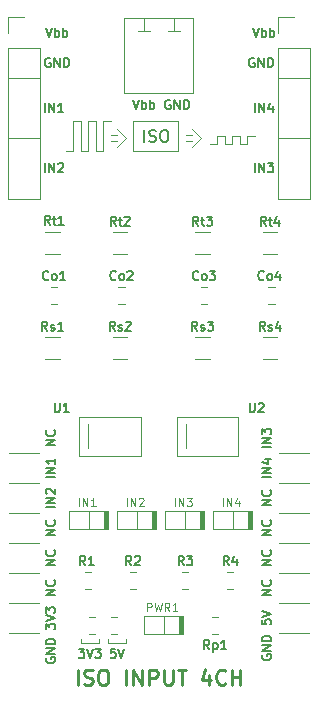
<source format=gbr>
G04 #@! TF.GenerationSoftware,KiCad,Pcbnew,(5.1.2)-2*
G04 #@! TF.CreationDate,2019-12-14T19:53:28+01:00*
G04 #@! TF.ProjectId,IS1212_click,49533132-3132-45f6-936c-69636b2e6b69,rev?*
G04 #@! TF.SameCoordinates,Original*
G04 #@! TF.FileFunction,Legend,Top*
G04 #@! TF.FilePolarity,Positive*
%FSLAX46Y46*%
G04 Gerber Fmt 4.6, Leading zero omitted, Abs format (unit mm)*
G04 Created by KiCad (PCBNEW (5.1.2)-2) date 2019-12-14 19:53:28*
%MOMM*%
%LPD*%
G04 APERTURE LIST*
%ADD10C,0.120000*%
%ADD11C,0.150000*%
%ADD12C,0.152400*%
%ADD13C,0.127000*%
%ADD14C,0.254000*%
%ADD15C,0.080000*%
%ADD16C,0.100000*%
G04 APERTURE END LIST*
D10*
X78486000Y-105664000D02*
X78994000Y-105664000D01*
X78994000Y-104648000D02*
X79756000Y-105410000D01*
X79756000Y-105410000D02*
X78994000Y-106172000D01*
X78486000Y-105156000D02*
X78994000Y-105156000D01*
X73406000Y-105410000D02*
X72644000Y-106172000D01*
X72644000Y-104648000D02*
X73406000Y-105410000D01*
X72136000Y-105664000D02*
X72644000Y-105664000D01*
X72136000Y-105156000D02*
X72644000Y-105156000D01*
X77851000Y-104013000D02*
X74041000Y-104013000D01*
X77851000Y-106553000D02*
X77851000Y-104013000D01*
X74041000Y-106553000D02*
X77851000Y-106553000D01*
X74041000Y-104013000D02*
X74041000Y-106553000D01*
D11*
X74946000Y-105735380D02*
X74946000Y-104735380D01*
X75374571Y-105687761D02*
X75517428Y-105735380D01*
X75755523Y-105735380D01*
X75850761Y-105687761D01*
X75898380Y-105640142D01*
X75946000Y-105544904D01*
X75946000Y-105449666D01*
X75898380Y-105354428D01*
X75850761Y-105306809D01*
X75755523Y-105259190D01*
X75565047Y-105211571D01*
X75469809Y-105163952D01*
X75422190Y-105116333D01*
X75374571Y-105021095D01*
X75374571Y-104925857D01*
X75422190Y-104830619D01*
X75469809Y-104783000D01*
X75565047Y-104735380D01*
X75803142Y-104735380D01*
X75946000Y-104783000D01*
X76565047Y-104735380D02*
X76755523Y-104735380D01*
X76850761Y-104783000D01*
X76946000Y-104878238D01*
X76993619Y-105068714D01*
X76993619Y-105402047D01*
X76946000Y-105592523D01*
X76850761Y-105687761D01*
X76755523Y-105735380D01*
X76565047Y-105735380D01*
X76469809Y-105687761D01*
X76374571Y-105592523D01*
X76326952Y-105402047D01*
X76326952Y-105068714D01*
X76374571Y-104878238D01*
X76469809Y-104783000D01*
X76565047Y-104735380D01*
D10*
X71501000Y-104013000D02*
X72136000Y-104013000D01*
X71501000Y-106553000D02*
X71501000Y-104013000D01*
X70866000Y-106553000D02*
X71501000Y-106553000D01*
X70866000Y-104013000D02*
X70866000Y-106553000D01*
X70231000Y-104013000D02*
X70866000Y-104013000D01*
X70231000Y-106553000D02*
X70231000Y-104013000D01*
X69596000Y-106553000D02*
X70231000Y-106553000D01*
X69596000Y-104013000D02*
X69596000Y-106553000D01*
X68961000Y-104013000D02*
X69596000Y-104013000D01*
X68961000Y-106553000D02*
X68961000Y-104013000D01*
X68326000Y-106553000D02*
X68961000Y-106553000D01*
X83693000Y-105283000D02*
X84328000Y-105283000D01*
X83693000Y-105918000D02*
X83693000Y-105283000D01*
X83058000Y-105918000D02*
X83693000Y-105918000D01*
X83058000Y-105283000D02*
X83058000Y-105918000D01*
X82423000Y-105283000D02*
X83058000Y-105283000D01*
X82423000Y-105918000D02*
X82423000Y-105283000D01*
X81788000Y-105918000D02*
X82423000Y-105918000D01*
X81788000Y-105283000D02*
X81788000Y-105918000D01*
X81153000Y-105283000D02*
X81788000Y-105283000D01*
X81153000Y-105918000D02*
X81153000Y-105283000D01*
X80518000Y-105918000D02*
X81153000Y-105918000D01*
X88900000Y-147320000D02*
X86360000Y-147320000D01*
X88900000Y-144780000D02*
X86360000Y-144780000D01*
X88900000Y-142240000D02*
X86360000Y-142240000D01*
X88900000Y-139700000D02*
X86360000Y-139700000D01*
X88900000Y-137160000D02*
X86360000Y-137160000D01*
X88900000Y-134620000D02*
X86360000Y-134620000D01*
X88900000Y-132080000D02*
X86360000Y-132080000D01*
X63500000Y-132080000D02*
X66040000Y-132080000D01*
X63500000Y-134620000D02*
X66040000Y-134620000D01*
X63500000Y-137160000D02*
X66040000Y-137160000D01*
X63500000Y-139700000D02*
X66040000Y-139700000D01*
X63500000Y-142240000D02*
X66040000Y-142240000D01*
X63500000Y-144780000D02*
X66040000Y-144780000D01*
X63500000Y-147320000D02*
X66040000Y-147320000D01*
D11*
X73986571Y-102198714D02*
X74240571Y-102960714D01*
X74494571Y-102198714D01*
X74748571Y-102960714D02*
X74748571Y-102198714D01*
X74748571Y-102489000D02*
X74821142Y-102452714D01*
X74966285Y-102452714D01*
X75038857Y-102489000D01*
X75075142Y-102525285D01*
X75111428Y-102597857D01*
X75111428Y-102815571D01*
X75075142Y-102888142D01*
X75038857Y-102924428D01*
X74966285Y-102960714D01*
X74821142Y-102960714D01*
X74748571Y-102924428D01*
X75438000Y-102960714D02*
X75438000Y-102198714D01*
X75438000Y-102489000D02*
X75510571Y-102452714D01*
X75655714Y-102452714D01*
X75728285Y-102489000D01*
X75764571Y-102525285D01*
X75800857Y-102597857D01*
X75800857Y-102815571D01*
X75764571Y-102888142D01*
X75728285Y-102924428D01*
X75655714Y-102960714D01*
X75510571Y-102960714D01*
X75438000Y-102924428D01*
D12*
X85688714Y-131572000D02*
X84926714Y-131572000D01*
X85688714Y-131209142D02*
X84926714Y-131209142D01*
X85688714Y-130773714D01*
X84926714Y-130773714D01*
X84926714Y-130483428D02*
X84926714Y-130011714D01*
X85217000Y-130265714D01*
X85217000Y-130156857D01*
X85253285Y-130084285D01*
X85289571Y-130048000D01*
X85362142Y-130011714D01*
X85543571Y-130011714D01*
X85616142Y-130048000D01*
X85652428Y-130084285D01*
X85688714Y-130156857D01*
X85688714Y-130374571D01*
X85652428Y-130447142D01*
X85616142Y-130483428D01*
X85688714Y-134112000D02*
X84926714Y-134112000D01*
X85688714Y-133749142D02*
X84926714Y-133749142D01*
X85688714Y-133313714D01*
X84926714Y-133313714D01*
X85180714Y-132624285D02*
X85688714Y-132624285D01*
X84890428Y-132805714D02*
X85434714Y-132987142D01*
X85434714Y-132515428D01*
X85688714Y-136488714D02*
X84926714Y-136488714D01*
X85688714Y-136053285D01*
X84926714Y-136053285D01*
X85616142Y-135255000D02*
X85652428Y-135291285D01*
X85688714Y-135400142D01*
X85688714Y-135472714D01*
X85652428Y-135581571D01*
X85579857Y-135654142D01*
X85507285Y-135690428D01*
X85362142Y-135726714D01*
X85253285Y-135726714D01*
X85108142Y-135690428D01*
X85035571Y-135654142D01*
X84963000Y-135581571D01*
X84926714Y-135472714D01*
X84926714Y-135400142D01*
X84963000Y-135291285D01*
X84999285Y-135255000D01*
X85688714Y-139028714D02*
X84926714Y-139028714D01*
X85688714Y-138593285D01*
X84926714Y-138593285D01*
X85616142Y-137795000D02*
X85652428Y-137831285D01*
X85688714Y-137940142D01*
X85688714Y-138012714D01*
X85652428Y-138121571D01*
X85579857Y-138194142D01*
X85507285Y-138230428D01*
X85362142Y-138266714D01*
X85253285Y-138266714D01*
X85108142Y-138230428D01*
X85035571Y-138194142D01*
X84963000Y-138121571D01*
X84926714Y-138012714D01*
X84926714Y-137940142D01*
X84963000Y-137831285D01*
X84999285Y-137795000D01*
X85688714Y-141568714D02*
X84926714Y-141568714D01*
X85688714Y-141133285D01*
X84926714Y-141133285D01*
X85616142Y-140335000D02*
X85652428Y-140371285D01*
X85688714Y-140480142D01*
X85688714Y-140552714D01*
X85652428Y-140661571D01*
X85579857Y-140734142D01*
X85507285Y-140770428D01*
X85362142Y-140806714D01*
X85253285Y-140806714D01*
X85108142Y-140770428D01*
X85035571Y-140734142D01*
X84963000Y-140661571D01*
X84926714Y-140552714D01*
X84926714Y-140480142D01*
X84963000Y-140371285D01*
X84999285Y-140335000D01*
X85688714Y-144108714D02*
X84926714Y-144108714D01*
X85688714Y-143673285D01*
X84926714Y-143673285D01*
X85616142Y-142875000D02*
X85652428Y-142911285D01*
X85688714Y-143020142D01*
X85688714Y-143092714D01*
X85652428Y-143201571D01*
X85579857Y-143274142D01*
X85507285Y-143310428D01*
X85362142Y-143346714D01*
X85253285Y-143346714D01*
X85108142Y-143310428D01*
X85035571Y-143274142D01*
X84963000Y-143201571D01*
X84926714Y-143092714D01*
X84926714Y-143020142D01*
X84963000Y-142911285D01*
X84999285Y-142875000D01*
D13*
X84926714Y-146195142D02*
X84926714Y-146558000D01*
X85289571Y-146594285D01*
X85253285Y-146558000D01*
X85217000Y-146485428D01*
X85217000Y-146304000D01*
X85253285Y-146231428D01*
X85289571Y-146195142D01*
X85362142Y-146158857D01*
X85543571Y-146158857D01*
X85616142Y-146195142D01*
X85652428Y-146231428D01*
X85688714Y-146304000D01*
X85688714Y-146485428D01*
X85652428Y-146558000D01*
X85616142Y-146594285D01*
X84926714Y-145941142D02*
X85688714Y-145687142D01*
X84926714Y-145433142D01*
D12*
X84963000Y-149170571D02*
X84926714Y-149243142D01*
X84926714Y-149352000D01*
X84963000Y-149460857D01*
X85035571Y-149533428D01*
X85108142Y-149569714D01*
X85253285Y-149606000D01*
X85362142Y-149606000D01*
X85507285Y-149569714D01*
X85579857Y-149533428D01*
X85652428Y-149460857D01*
X85688714Y-149352000D01*
X85688714Y-149279428D01*
X85652428Y-149170571D01*
X85616142Y-149134285D01*
X85362142Y-149134285D01*
X85362142Y-149279428D01*
X85688714Y-148807714D02*
X84926714Y-148807714D01*
X85688714Y-148372285D01*
X84926714Y-148372285D01*
X85688714Y-148009428D02*
X84926714Y-148009428D01*
X84926714Y-147828000D01*
X84963000Y-147719142D01*
X85035571Y-147646571D01*
X85108142Y-147610285D01*
X85253285Y-147574000D01*
X85362142Y-147574000D01*
X85507285Y-147610285D01*
X85579857Y-147646571D01*
X85652428Y-147719142D01*
X85688714Y-147828000D01*
X85688714Y-148009428D01*
X66675000Y-149424571D02*
X66638714Y-149497142D01*
X66638714Y-149606000D01*
X66675000Y-149714857D01*
X66747571Y-149787428D01*
X66820142Y-149823714D01*
X66965285Y-149860000D01*
X67074142Y-149860000D01*
X67219285Y-149823714D01*
X67291857Y-149787428D01*
X67364428Y-149714857D01*
X67400714Y-149606000D01*
X67400714Y-149533428D01*
X67364428Y-149424571D01*
X67328142Y-149388285D01*
X67074142Y-149388285D01*
X67074142Y-149533428D01*
X67400714Y-149061714D02*
X66638714Y-149061714D01*
X67400714Y-148626285D01*
X66638714Y-148626285D01*
X67400714Y-148263428D02*
X66638714Y-148263428D01*
X66638714Y-148082000D01*
X66675000Y-147973142D01*
X66747571Y-147900571D01*
X66820142Y-147864285D01*
X66965285Y-147828000D01*
X67074142Y-147828000D01*
X67219285Y-147864285D01*
X67291857Y-147900571D01*
X67364428Y-147973142D01*
X67400714Y-148082000D01*
X67400714Y-148263428D01*
X66638714Y-146993428D02*
X66638714Y-146521714D01*
X66929000Y-146775714D01*
X66929000Y-146666857D01*
X66965285Y-146594285D01*
X67001571Y-146558000D01*
X67074142Y-146521714D01*
X67255571Y-146521714D01*
X67328142Y-146558000D01*
X67364428Y-146594285D01*
X67400714Y-146666857D01*
X67400714Y-146884571D01*
X67364428Y-146957142D01*
X67328142Y-146993428D01*
X66638714Y-146304000D02*
X67400714Y-146050000D01*
X66638714Y-145796000D01*
X66638714Y-145614571D02*
X66638714Y-145142857D01*
X66929000Y-145396857D01*
X66929000Y-145288000D01*
X66965285Y-145215428D01*
X67001571Y-145179142D01*
X67074142Y-145142857D01*
X67255571Y-145142857D01*
X67328142Y-145179142D01*
X67364428Y-145215428D01*
X67400714Y-145288000D01*
X67400714Y-145505714D01*
X67364428Y-145578285D01*
X67328142Y-145614571D01*
X67400714Y-144108714D02*
X66638714Y-144108714D01*
X67400714Y-143673285D01*
X66638714Y-143673285D01*
X67328142Y-142875000D02*
X67364428Y-142911285D01*
X67400714Y-143020142D01*
X67400714Y-143092714D01*
X67364428Y-143201571D01*
X67291857Y-143274142D01*
X67219285Y-143310428D01*
X67074142Y-143346714D01*
X66965285Y-143346714D01*
X66820142Y-143310428D01*
X66747571Y-143274142D01*
X66675000Y-143201571D01*
X66638714Y-143092714D01*
X66638714Y-143020142D01*
X66675000Y-142911285D01*
X66711285Y-142875000D01*
X67400714Y-141568714D02*
X66638714Y-141568714D01*
X67400714Y-141133285D01*
X66638714Y-141133285D01*
X67328142Y-140335000D02*
X67364428Y-140371285D01*
X67400714Y-140480142D01*
X67400714Y-140552714D01*
X67364428Y-140661571D01*
X67291857Y-140734142D01*
X67219285Y-140770428D01*
X67074142Y-140806714D01*
X66965285Y-140806714D01*
X66820142Y-140770428D01*
X66747571Y-140734142D01*
X66675000Y-140661571D01*
X66638714Y-140552714D01*
X66638714Y-140480142D01*
X66675000Y-140371285D01*
X66711285Y-140335000D01*
X67400714Y-139028714D02*
X66638714Y-139028714D01*
X67400714Y-138593285D01*
X66638714Y-138593285D01*
X67328142Y-137795000D02*
X67364428Y-137831285D01*
X67400714Y-137940142D01*
X67400714Y-138012714D01*
X67364428Y-138121571D01*
X67291857Y-138194142D01*
X67219285Y-138230428D01*
X67074142Y-138266714D01*
X66965285Y-138266714D01*
X66820142Y-138230428D01*
X66747571Y-138194142D01*
X66675000Y-138121571D01*
X66638714Y-138012714D01*
X66638714Y-137940142D01*
X66675000Y-137831285D01*
X66711285Y-137795000D01*
X67400714Y-136652000D02*
X66638714Y-136652000D01*
X67400714Y-136289142D02*
X66638714Y-136289142D01*
X67400714Y-135853714D01*
X66638714Y-135853714D01*
X66711285Y-135527142D02*
X66675000Y-135490857D01*
X66638714Y-135418285D01*
X66638714Y-135236857D01*
X66675000Y-135164285D01*
X66711285Y-135128000D01*
X66783857Y-135091714D01*
X66856428Y-135091714D01*
X66965285Y-135128000D01*
X67400714Y-135563428D01*
X67400714Y-135091714D01*
X67400714Y-134112000D02*
X66638714Y-134112000D01*
X67400714Y-133749142D02*
X66638714Y-133749142D01*
X67400714Y-133313714D01*
X66638714Y-133313714D01*
X67400714Y-132551714D02*
X67400714Y-132987142D01*
X67400714Y-132769428D02*
X66638714Y-132769428D01*
X66747571Y-132842000D01*
X66820142Y-132914571D01*
X66856428Y-132987142D01*
X67400714Y-131408714D02*
X66638714Y-131408714D01*
X67400714Y-130973285D01*
X66638714Y-130973285D01*
X67328142Y-130175000D02*
X67364428Y-130211285D01*
X67400714Y-130320142D01*
X67400714Y-130392714D01*
X67364428Y-130501571D01*
X67291857Y-130574142D01*
X67219285Y-130610428D01*
X67074142Y-130646714D01*
X66965285Y-130646714D01*
X66820142Y-130610428D01*
X66747571Y-130574142D01*
X66675000Y-130501571D01*
X66638714Y-130392714D01*
X66638714Y-130320142D01*
X66675000Y-130211285D01*
X66711285Y-130175000D01*
X72498857Y-148680714D02*
X72136000Y-148680714D01*
X72099714Y-149043571D01*
X72136000Y-149007285D01*
X72208571Y-148971000D01*
X72390000Y-148971000D01*
X72462571Y-149007285D01*
X72498857Y-149043571D01*
X72535142Y-149116142D01*
X72535142Y-149297571D01*
X72498857Y-149370142D01*
X72462571Y-149406428D01*
X72390000Y-149442714D01*
X72208571Y-149442714D01*
X72136000Y-149406428D01*
X72099714Y-149370142D01*
X72752857Y-148680714D02*
X73006857Y-149442714D01*
X73260857Y-148680714D01*
X69414571Y-148680714D02*
X69886285Y-148680714D01*
X69632285Y-148971000D01*
X69741142Y-148971000D01*
X69813714Y-149007285D01*
X69850000Y-149043571D01*
X69886285Y-149116142D01*
X69886285Y-149297571D01*
X69850000Y-149370142D01*
X69813714Y-149406428D01*
X69741142Y-149442714D01*
X69523428Y-149442714D01*
X69450857Y-149406428D01*
X69414571Y-149370142D01*
X70104000Y-148680714D02*
X70358000Y-149442714D01*
X70612000Y-148680714D01*
X70793428Y-148680714D02*
X71265142Y-148680714D01*
X71011142Y-148971000D01*
X71120000Y-148971000D01*
X71192571Y-149007285D01*
X71228857Y-149043571D01*
X71265142Y-149116142D01*
X71265142Y-149297571D01*
X71228857Y-149370142D01*
X71192571Y-149406428D01*
X71120000Y-149442714D01*
X70902285Y-149442714D01*
X70829714Y-149406428D01*
X70793428Y-149370142D01*
D10*
X73406000Y-148209000D02*
X73406000Y-147828000D01*
X71882000Y-148209000D02*
X73406000Y-148209000D01*
X71882000Y-147828000D02*
X71882000Y-148209000D01*
X71120000Y-148209000D02*
X71120000Y-147828000D01*
X69596000Y-148209000D02*
X71120000Y-148209000D01*
X69596000Y-147828000D02*
X69596000Y-148209000D01*
D14*
X69305714Y-151704523D02*
X69305714Y-150434523D01*
X69850000Y-151644047D02*
X70031428Y-151704523D01*
X70333809Y-151704523D01*
X70454761Y-151644047D01*
X70515238Y-151583571D01*
X70575714Y-151462619D01*
X70575714Y-151341666D01*
X70515238Y-151220714D01*
X70454761Y-151160238D01*
X70333809Y-151099761D01*
X70091904Y-151039285D01*
X69970952Y-150978809D01*
X69910476Y-150918333D01*
X69850000Y-150797380D01*
X69850000Y-150676428D01*
X69910476Y-150555476D01*
X69970952Y-150495000D01*
X70091904Y-150434523D01*
X70394285Y-150434523D01*
X70575714Y-150495000D01*
X71361904Y-150434523D02*
X71603809Y-150434523D01*
X71724761Y-150495000D01*
X71845714Y-150615952D01*
X71906190Y-150857857D01*
X71906190Y-151281190D01*
X71845714Y-151523095D01*
X71724761Y-151644047D01*
X71603809Y-151704523D01*
X71361904Y-151704523D01*
X71240952Y-151644047D01*
X71120000Y-151523095D01*
X71059523Y-151281190D01*
X71059523Y-150857857D01*
X71120000Y-150615952D01*
X71240952Y-150495000D01*
X71361904Y-150434523D01*
X73418095Y-151704523D02*
X73418095Y-150434523D01*
X74022857Y-151704523D02*
X74022857Y-150434523D01*
X74748571Y-151704523D01*
X74748571Y-150434523D01*
X75353333Y-151704523D02*
X75353333Y-150434523D01*
X75837142Y-150434523D01*
X75958095Y-150495000D01*
X76018571Y-150555476D01*
X76079047Y-150676428D01*
X76079047Y-150857857D01*
X76018571Y-150978809D01*
X75958095Y-151039285D01*
X75837142Y-151099761D01*
X75353333Y-151099761D01*
X76623333Y-150434523D02*
X76623333Y-151462619D01*
X76683809Y-151583571D01*
X76744285Y-151644047D01*
X76865238Y-151704523D01*
X77107142Y-151704523D01*
X77228095Y-151644047D01*
X77288571Y-151583571D01*
X77349047Y-151462619D01*
X77349047Y-150434523D01*
X77772380Y-150434523D02*
X78498095Y-150434523D01*
X78135238Y-151704523D02*
X78135238Y-150434523D01*
X80433333Y-150857857D02*
X80433333Y-151704523D01*
X80130952Y-150374047D02*
X79828571Y-151281190D01*
X80614761Y-151281190D01*
X81824285Y-151583571D02*
X81763809Y-151644047D01*
X81582380Y-151704523D01*
X81461428Y-151704523D01*
X81280000Y-151644047D01*
X81159047Y-151523095D01*
X81098571Y-151402142D01*
X81038095Y-151160238D01*
X81038095Y-150978809D01*
X81098571Y-150736904D01*
X81159047Y-150615952D01*
X81280000Y-150495000D01*
X81461428Y-150434523D01*
X81582380Y-150434523D01*
X81763809Y-150495000D01*
X81824285Y-150555476D01*
X82368571Y-151704523D02*
X82368571Y-150434523D01*
X82368571Y-151039285D02*
X83094285Y-151039285D01*
X83094285Y-151704523D02*
X83094285Y-150434523D01*
D11*
X77143428Y-102235000D02*
X77070857Y-102198714D01*
X76962000Y-102198714D01*
X76853142Y-102235000D01*
X76780571Y-102307571D01*
X76744285Y-102380142D01*
X76708000Y-102525285D01*
X76708000Y-102634142D01*
X76744285Y-102779285D01*
X76780571Y-102851857D01*
X76853142Y-102924428D01*
X76962000Y-102960714D01*
X77034571Y-102960714D01*
X77143428Y-102924428D01*
X77179714Y-102888142D01*
X77179714Y-102634142D01*
X77034571Y-102634142D01*
X77506285Y-102960714D02*
X77506285Y-102198714D01*
X77941714Y-102960714D01*
X77941714Y-102198714D01*
X78304571Y-102960714D02*
X78304571Y-102198714D01*
X78486000Y-102198714D01*
X78594857Y-102235000D01*
X78667428Y-102307571D01*
X78703714Y-102380142D01*
X78740000Y-102525285D01*
X78740000Y-102634142D01*
X78703714Y-102779285D01*
X78667428Y-102851857D01*
X78594857Y-102924428D01*
X78486000Y-102960714D01*
X78304571Y-102960714D01*
D10*
X86360000Y-105410000D02*
X88900000Y-105410000D01*
X86360000Y-100330000D02*
X88900000Y-100330000D01*
X63500000Y-100330000D02*
X66040000Y-100330000D01*
X63500000Y-105410000D02*
X66040000Y-105410000D01*
D11*
X84328000Y-103214714D02*
X84328000Y-102452714D01*
X84690857Y-103214714D02*
X84690857Y-102452714D01*
X85126285Y-103214714D01*
X85126285Y-102452714D01*
X85815714Y-102706714D02*
X85815714Y-103214714D01*
X85634285Y-102416428D02*
X85452857Y-102960714D01*
X85924571Y-102960714D01*
X84328000Y-108294714D02*
X84328000Y-107532714D01*
X84690857Y-108294714D02*
X84690857Y-107532714D01*
X85126285Y-108294714D01*
X85126285Y-107532714D01*
X85416571Y-107532714D02*
X85888285Y-107532714D01*
X85634285Y-107823000D01*
X85743142Y-107823000D01*
X85815714Y-107859285D01*
X85852000Y-107895571D01*
X85888285Y-107968142D01*
X85888285Y-108149571D01*
X85852000Y-108222142D01*
X85815714Y-108258428D01*
X85743142Y-108294714D01*
X85525428Y-108294714D01*
X85452857Y-108258428D01*
X85416571Y-108222142D01*
X66548000Y-108294714D02*
X66548000Y-107532714D01*
X66910857Y-108294714D02*
X66910857Y-107532714D01*
X67346285Y-108294714D01*
X67346285Y-107532714D01*
X67672857Y-107605285D02*
X67709142Y-107569000D01*
X67781714Y-107532714D01*
X67963142Y-107532714D01*
X68035714Y-107569000D01*
X68072000Y-107605285D01*
X68108285Y-107677857D01*
X68108285Y-107750428D01*
X68072000Y-107859285D01*
X67636571Y-108294714D01*
X68108285Y-108294714D01*
X66548000Y-103214714D02*
X66548000Y-102452714D01*
X66910857Y-103214714D02*
X66910857Y-102452714D01*
X67346285Y-103214714D01*
X67346285Y-102452714D01*
X68108285Y-103214714D02*
X67672857Y-103214714D01*
X67890571Y-103214714D02*
X67890571Y-102452714D01*
X67818000Y-102561571D01*
X67745428Y-102634142D01*
X67672857Y-102670428D01*
X84146571Y-96102714D02*
X84400571Y-96864714D01*
X84654571Y-96102714D01*
X84908571Y-96864714D02*
X84908571Y-96102714D01*
X84908571Y-96393000D02*
X84981142Y-96356714D01*
X85126285Y-96356714D01*
X85198857Y-96393000D01*
X85235142Y-96429285D01*
X85271428Y-96501857D01*
X85271428Y-96719571D01*
X85235142Y-96792142D01*
X85198857Y-96828428D01*
X85126285Y-96864714D01*
X84981142Y-96864714D01*
X84908571Y-96828428D01*
X85598000Y-96864714D02*
X85598000Y-96102714D01*
X85598000Y-96393000D02*
X85670571Y-96356714D01*
X85815714Y-96356714D01*
X85888285Y-96393000D01*
X85924571Y-96429285D01*
X85960857Y-96501857D01*
X85960857Y-96719571D01*
X85924571Y-96792142D01*
X85888285Y-96828428D01*
X85815714Y-96864714D01*
X85670571Y-96864714D01*
X85598000Y-96828428D01*
X84255428Y-98679000D02*
X84182857Y-98642714D01*
X84074000Y-98642714D01*
X83965142Y-98679000D01*
X83892571Y-98751571D01*
X83856285Y-98824142D01*
X83820000Y-98969285D01*
X83820000Y-99078142D01*
X83856285Y-99223285D01*
X83892571Y-99295857D01*
X83965142Y-99368428D01*
X84074000Y-99404714D01*
X84146571Y-99404714D01*
X84255428Y-99368428D01*
X84291714Y-99332142D01*
X84291714Y-99078142D01*
X84146571Y-99078142D01*
X84618285Y-99404714D02*
X84618285Y-98642714D01*
X85053714Y-99404714D01*
X85053714Y-98642714D01*
X85416571Y-99404714D02*
X85416571Y-98642714D01*
X85598000Y-98642714D01*
X85706857Y-98679000D01*
X85779428Y-98751571D01*
X85815714Y-98824142D01*
X85852000Y-98969285D01*
X85852000Y-99078142D01*
X85815714Y-99223285D01*
X85779428Y-99295857D01*
X85706857Y-99368428D01*
X85598000Y-99404714D01*
X85416571Y-99404714D01*
X66983428Y-98679000D02*
X66910857Y-98642714D01*
X66802000Y-98642714D01*
X66693142Y-98679000D01*
X66620571Y-98751571D01*
X66584285Y-98824142D01*
X66548000Y-98969285D01*
X66548000Y-99078142D01*
X66584285Y-99223285D01*
X66620571Y-99295857D01*
X66693142Y-99368428D01*
X66802000Y-99404714D01*
X66874571Y-99404714D01*
X66983428Y-99368428D01*
X67019714Y-99332142D01*
X67019714Y-99078142D01*
X66874571Y-99078142D01*
X67346285Y-99404714D02*
X67346285Y-98642714D01*
X67781714Y-99404714D01*
X67781714Y-98642714D01*
X68144571Y-99404714D02*
X68144571Y-98642714D01*
X68326000Y-98642714D01*
X68434857Y-98679000D01*
X68507428Y-98751571D01*
X68543714Y-98824142D01*
X68580000Y-98969285D01*
X68580000Y-99078142D01*
X68543714Y-99223285D01*
X68507428Y-99295857D01*
X68434857Y-99368428D01*
X68326000Y-99404714D01*
X68144571Y-99404714D01*
X66620571Y-96102714D02*
X66874571Y-96864714D01*
X67128571Y-96102714D01*
X67382571Y-96864714D02*
X67382571Y-96102714D01*
X67382571Y-96393000D02*
X67455142Y-96356714D01*
X67600285Y-96356714D01*
X67672857Y-96393000D01*
X67709142Y-96429285D01*
X67745428Y-96501857D01*
X67745428Y-96719571D01*
X67709142Y-96792142D01*
X67672857Y-96828428D01*
X67600285Y-96864714D01*
X67455142Y-96864714D01*
X67382571Y-96828428D01*
X68072000Y-96864714D02*
X68072000Y-96102714D01*
X68072000Y-96393000D02*
X68144571Y-96356714D01*
X68289714Y-96356714D01*
X68362285Y-96393000D01*
X68398571Y-96429285D01*
X68434857Y-96501857D01*
X68434857Y-96719571D01*
X68398571Y-96792142D01*
X68362285Y-96828428D01*
X68289714Y-96864714D01*
X68144571Y-96864714D01*
X68072000Y-96828428D01*
D10*
X69469000Y-132334000D02*
X74676000Y-132334000D01*
X69469000Y-132334000D02*
X69469000Y-129032000D01*
X69469000Y-129032000D02*
X74676000Y-129032000D01*
X74676000Y-129032000D02*
X74676000Y-132334000D01*
X70231000Y-131699000D02*
X70231000Y-129667000D01*
X78486000Y-131699000D02*
X78486000Y-129667000D01*
X82931000Y-129032000D02*
X82931000Y-132334000D01*
X77724000Y-129032000D02*
X82931000Y-129032000D01*
X77724000Y-132334000D02*
X77724000Y-129032000D01*
X77724000Y-132334000D02*
X82931000Y-132334000D01*
X63440000Y-110550000D02*
X66100000Y-110550000D01*
X63440000Y-97790000D02*
X63440000Y-110550000D01*
X66100000Y-97790000D02*
X66100000Y-110550000D01*
X63440000Y-97790000D02*
X66100000Y-97790000D01*
X63440000Y-96520000D02*
X63440000Y-95190000D01*
X63440000Y-95190000D02*
X64770000Y-95190000D01*
X86300000Y-95190000D02*
X87630000Y-95190000D01*
X86300000Y-96520000D02*
X86300000Y-95190000D01*
X86300000Y-97790000D02*
X88960000Y-97790000D01*
X88960000Y-97790000D02*
X88960000Y-110550000D01*
X86300000Y-97790000D02*
X86300000Y-110550000D01*
X86300000Y-110550000D02*
X88960000Y-110550000D01*
X79121000Y-101600000D02*
X73279000Y-101600000D01*
X73279000Y-101600000D02*
X73279000Y-95250000D01*
X73279000Y-95250000D02*
X79121000Y-95250000D01*
X79121000Y-95250000D02*
X79121000Y-101600000D01*
X77470000Y-95250000D02*
X77470000Y-96393000D01*
X77978000Y-96393000D02*
X76962000Y-96393000D01*
X74930000Y-96393000D02*
X74930000Y-95250000D01*
X75438000Y-96393000D02*
X74422000Y-96393000D01*
X67051422Y-118035000D02*
X67568578Y-118035000D01*
X67051422Y-119455000D02*
X67568578Y-119455000D01*
X72766422Y-119455000D02*
X73283578Y-119455000D01*
X72766422Y-118035000D02*
X73283578Y-118035000D01*
X79751422Y-118035000D02*
X80268578Y-118035000D01*
X79751422Y-119455000D02*
X80268578Y-119455000D01*
X85983578Y-118035000D02*
X85466422Y-118035000D01*
X85983578Y-119455000D02*
X85466422Y-119455000D01*
X81206078Y-147395000D02*
X80688922Y-147395000D01*
X81206078Y-145975000D02*
X80688922Y-145975000D01*
X66577936Y-122280000D02*
X67782064Y-122280000D01*
X66577936Y-124100000D02*
X67782064Y-124100000D01*
X72292936Y-115210000D02*
X73497064Y-115210000D01*
X72292936Y-113390000D02*
X73497064Y-113390000D01*
X79277936Y-124100000D02*
X80482064Y-124100000D01*
X79277936Y-122280000D02*
X80482064Y-122280000D01*
X84992936Y-124100000D02*
X86197064Y-124100000D01*
X84992936Y-122280000D02*
X86197064Y-122280000D01*
X67782064Y-113390000D02*
X66577936Y-113390000D01*
X67782064Y-115210000D02*
X66577936Y-115210000D01*
X72292936Y-122280000D02*
X73497064Y-122280000D01*
X72292936Y-124100000D02*
X73497064Y-124100000D01*
X79277936Y-113390000D02*
X80482064Y-113390000D01*
X79277936Y-115210000D02*
X80482064Y-115210000D01*
X84992936Y-113390000D02*
X86197064Y-113390000D01*
X84992936Y-115210000D02*
X86197064Y-115210000D01*
X72648578Y-145975000D02*
X72131422Y-145975000D01*
X72648578Y-147395000D02*
X72131422Y-147395000D01*
X70781678Y-145975000D02*
X70264522Y-145975000D01*
X70781678Y-147395000D02*
X70264522Y-147395000D01*
X69923922Y-143585000D02*
X70441078Y-143585000D01*
X69923922Y-142165000D02*
X70441078Y-142165000D01*
X73733922Y-142165000D02*
X74251078Y-142165000D01*
X73733922Y-143585000D02*
X74251078Y-143585000D01*
X78178922Y-143585000D02*
X78696078Y-143585000D01*
X78178922Y-142165000D02*
X78696078Y-142165000D01*
X81988922Y-142165000D02*
X82506078Y-142165000D01*
X81988922Y-143585000D02*
X82506078Y-143585000D01*
D15*
X71856600Y-137033000D02*
X71856600Y-138557000D01*
X71564500Y-137033000D02*
X71856600Y-137033000D01*
X71564500Y-138557000D02*
X71856600Y-138557000D01*
X71780400Y-137033000D02*
X71780400Y-138557000D01*
X71704200Y-137033000D02*
X71704200Y-138557000D01*
X71628000Y-137033000D02*
X71628000Y-138557000D01*
X70281800Y-137033000D02*
X70281800Y-138557000D01*
X68580000Y-138557000D02*
X68580000Y-137033000D01*
X71564500Y-138557000D02*
X68580000Y-138557000D01*
X71564500Y-137033000D02*
X71564500Y-138557000D01*
X68580000Y-137033000D02*
X71564500Y-137033000D01*
X72644000Y-137033000D02*
X75628500Y-137033000D01*
X75628500Y-137033000D02*
X75628500Y-138557000D01*
X75628500Y-138557000D02*
X72644000Y-138557000D01*
X72644000Y-138557000D02*
X72644000Y-137033000D01*
X74345800Y-137033000D02*
X74345800Y-138557000D01*
X75692000Y-137033000D02*
X75692000Y-138557000D01*
X75768200Y-137033000D02*
X75768200Y-138557000D01*
X75844400Y-137033000D02*
X75844400Y-138557000D01*
X75628500Y-138557000D02*
X75920600Y-138557000D01*
X75628500Y-137033000D02*
X75920600Y-137033000D01*
X75920600Y-137033000D02*
X75920600Y-138557000D01*
X76708000Y-137033000D02*
X79692500Y-137033000D01*
X79692500Y-137033000D02*
X79692500Y-138557000D01*
X79692500Y-138557000D02*
X76708000Y-138557000D01*
X76708000Y-138557000D02*
X76708000Y-137033000D01*
X78409800Y-137033000D02*
X78409800Y-138557000D01*
X79756000Y-137033000D02*
X79756000Y-138557000D01*
X79832200Y-137033000D02*
X79832200Y-138557000D01*
X79908400Y-137033000D02*
X79908400Y-138557000D01*
X79692500Y-138557000D02*
X79984600Y-138557000D01*
X79692500Y-137033000D02*
X79984600Y-137033000D01*
X79984600Y-137033000D02*
X79984600Y-138557000D01*
X84048600Y-137033000D02*
X84048600Y-138557000D01*
X83756500Y-137033000D02*
X84048600Y-137033000D01*
X83756500Y-138557000D02*
X84048600Y-138557000D01*
X83972400Y-137033000D02*
X83972400Y-138557000D01*
X83896200Y-137033000D02*
X83896200Y-138557000D01*
X83820000Y-137033000D02*
X83820000Y-138557000D01*
X82473800Y-137033000D02*
X82473800Y-138557000D01*
X80772000Y-138557000D02*
X80772000Y-137033000D01*
X83756500Y-138557000D02*
X80772000Y-138557000D01*
X83756500Y-137033000D02*
X83756500Y-138557000D01*
X80772000Y-137033000D02*
X83756500Y-137033000D01*
X74930000Y-145923000D02*
X77914500Y-145923000D01*
X77914500Y-145923000D02*
X77914500Y-147447000D01*
X77914500Y-147447000D02*
X74930000Y-147447000D01*
X74930000Y-147447000D02*
X74930000Y-145923000D01*
X76631800Y-145923000D02*
X76631800Y-147447000D01*
X77978000Y-145923000D02*
X77978000Y-147447000D01*
X78054200Y-145923000D02*
X78054200Y-147447000D01*
X78130400Y-145923000D02*
X78130400Y-147447000D01*
X77914500Y-147447000D02*
X78206600Y-147447000D01*
X77914500Y-145923000D02*
X78206600Y-145923000D01*
X78206600Y-145923000D02*
X78206600Y-147447000D01*
D12*
X67364428Y-127852714D02*
X67364428Y-128469571D01*
X67400714Y-128542142D01*
X67437000Y-128578428D01*
X67509571Y-128614714D01*
X67654714Y-128614714D01*
X67727285Y-128578428D01*
X67763571Y-128542142D01*
X67799857Y-128469571D01*
X67799857Y-127852714D01*
X68561857Y-128614714D02*
X68126428Y-128614714D01*
X68344142Y-128614714D02*
X68344142Y-127852714D01*
X68271571Y-127961571D01*
X68199000Y-128034142D01*
X68126428Y-128070428D01*
X83874428Y-127852714D02*
X83874428Y-128469571D01*
X83910714Y-128542142D01*
X83947000Y-128578428D01*
X84019571Y-128614714D01*
X84164714Y-128614714D01*
X84237285Y-128578428D01*
X84273571Y-128542142D01*
X84309857Y-128469571D01*
X84309857Y-127852714D01*
X84636428Y-127925285D02*
X84672714Y-127889000D01*
X84745285Y-127852714D01*
X84926714Y-127852714D01*
X84999285Y-127889000D01*
X85035571Y-127925285D01*
X85071857Y-127997857D01*
X85071857Y-128070428D01*
X85035571Y-128179285D01*
X84600142Y-128614714D01*
X85071857Y-128614714D01*
D11*
X66838285Y-117367142D02*
X66802000Y-117403428D01*
X66693142Y-117439714D01*
X66620571Y-117439714D01*
X66511714Y-117403428D01*
X66439142Y-117330857D01*
X66402857Y-117258285D01*
X66366571Y-117113142D01*
X66366571Y-117004285D01*
X66402857Y-116859142D01*
X66439142Y-116786571D01*
X66511714Y-116714000D01*
X66620571Y-116677714D01*
X66693142Y-116677714D01*
X66802000Y-116714000D01*
X66838285Y-116750285D01*
X67273714Y-117439714D02*
X67201142Y-117403428D01*
X67164857Y-117367142D01*
X67128571Y-117294571D01*
X67128571Y-117076857D01*
X67164857Y-117004285D01*
X67201142Y-116968000D01*
X67273714Y-116931714D01*
X67382571Y-116931714D01*
X67455142Y-116968000D01*
X67491428Y-117004285D01*
X67527714Y-117076857D01*
X67527714Y-117294571D01*
X67491428Y-117367142D01*
X67455142Y-117403428D01*
X67382571Y-117439714D01*
X67273714Y-117439714D01*
X68253428Y-117439714D02*
X67818000Y-117439714D01*
X68035714Y-117439714D02*
X68035714Y-116677714D01*
X67963142Y-116786571D01*
X67890571Y-116859142D01*
X67818000Y-116895428D01*
X72553285Y-117367142D02*
X72517000Y-117403428D01*
X72408142Y-117439714D01*
X72335571Y-117439714D01*
X72226714Y-117403428D01*
X72154142Y-117330857D01*
X72117857Y-117258285D01*
X72081571Y-117113142D01*
X72081571Y-117004285D01*
X72117857Y-116859142D01*
X72154142Y-116786571D01*
X72226714Y-116714000D01*
X72335571Y-116677714D01*
X72408142Y-116677714D01*
X72517000Y-116714000D01*
X72553285Y-116750285D01*
X72988714Y-117439714D02*
X72916142Y-117403428D01*
X72879857Y-117367142D01*
X72843571Y-117294571D01*
X72843571Y-117076857D01*
X72879857Y-117004285D01*
X72916142Y-116968000D01*
X72988714Y-116931714D01*
X73097571Y-116931714D01*
X73170142Y-116968000D01*
X73206428Y-117004285D01*
X73242714Y-117076857D01*
X73242714Y-117294571D01*
X73206428Y-117367142D01*
X73170142Y-117403428D01*
X73097571Y-117439714D01*
X72988714Y-117439714D01*
X73533000Y-116750285D02*
X73569285Y-116714000D01*
X73641857Y-116677714D01*
X73823285Y-116677714D01*
X73895857Y-116714000D01*
X73932142Y-116750285D01*
X73968428Y-116822857D01*
X73968428Y-116895428D01*
X73932142Y-117004285D01*
X73496714Y-117439714D01*
X73968428Y-117439714D01*
X79538285Y-117367142D02*
X79502000Y-117403428D01*
X79393142Y-117439714D01*
X79320571Y-117439714D01*
X79211714Y-117403428D01*
X79139142Y-117330857D01*
X79102857Y-117258285D01*
X79066571Y-117113142D01*
X79066571Y-117004285D01*
X79102857Y-116859142D01*
X79139142Y-116786571D01*
X79211714Y-116714000D01*
X79320571Y-116677714D01*
X79393142Y-116677714D01*
X79502000Y-116714000D01*
X79538285Y-116750285D01*
X79973714Y-117439714D02*
X79901142Y-117403428D01*
X79864857Y-117367142D01*
X79828571Y-117294571D01*
X79828571Y-117076857D01*
X79864857Y-117004285D01*
X79901142Y-116968000D01*
X79973714Y-116931714D01*
X80082571Y-116931714D01*
X80155142Y-116968000D01*
X80191428Y-117004285D01*
X80227714Y-117076857D01*
X80227714Y-117294571D01*
X80191428Y-117367142D01*
X80155142Y-117403428D01*
X80082571Y-117439714D01*
X79973714Y-117439714D01*
X80481714Y-116677714D02*
X80953428Y-116677714D01*
X80699428Y-116968000D01*
X80808285Y-116968000D01*
X80880857Y-117004285D01*
X80917142Y-117040571D01*
X80953428Y-117113142D01*
X80953428Y-117294571D01*
X80917142Y-117367142D01*
X80880857Y-117403428D01*
X80808285Y-117439714D01*
X80590571Y-117439714D01*
X80518000Y-117403428D01*
X80481714Y-117367142D01*
X85077785Y-117366142D02*
X85041500Y-117402428D01*
X84932642Y-117438714D01*
X84860071Y-117438714D01*
X84751214Y-117402428D01*
X84678642Y-117329857D01*
X84642357Y-117257285D01*
X84606071Y-117112142D01*
X84606071Y-117003285D01*
X84642357Y-116858142D01*
X84678642Y-116785571D01*
X84751214Y-116713000D01*
X84860071Y-116676714D01*
X84932642Y-116676714D01*
X85041500Y-116713000D01*
X85077785Y-116749285D01*
X85513214Y-117438714D02*
X85440642Y-117402428D01*
X85404357Y-117366142D01*
X85368071Y-117293571D01*
X85368071Y-117075857D01*
X85404357Y-117003285D01*
X85440642Y-116967000D01*
X85513214Y-116930714D01*
X85622071Y-116930714D01*
X85694642Y-116967000D01*
X85730928Y-117003285D01*
X85767214Y-117075857D01*
X85767214Y-117293571D01*
X85730928Y-117366142D01*
X85694642Y-117402428D01*
X85622071Y-117438714D01*
X85513214Y-117438714D01*
X86420357Y-116930714D02*
X86420357Y-117438714D01*
X86238928Y-116640428D02*
X86057500Y-117184714D01*
X86529214Y-117184714D01*
D12*
X80475785Y-148680714D02*
X80221785Y-148317857D01*
X80040357Y-148680714D02*
X80040357Y-147918714D01*
X80330642Y-147918714D01*
X80403214Y-147955000D01*
X80439500Y-147991285D01*
X80475785Y-148063857D01*
X80475785Y-148172714D01*
X80439500Y-148245285D01*
X80403214Y-148281571D01*
X80330642Y-148317857D01*
X80040357Y-148317857D01*
X80802357Y-148172714D02*
X80802357Y-148934714D01*
X80802357Y-148209000D02*
X80874928Y-148172714D01*
X81020071Y-148172714D01*
X81092642Y-148209000D01*
X81128928Y-148245285D01*
X81165214Y-148317857D01*
X81165214Y-148535571D01*
X81128928Y-148608142D01*
X81092642Y-148644428D01*
X81020071Y-148680714D01*
X80874928Y-148680714D01*
X80802357Y-148644428D01*
X81890928Y-148680714D02*
X81455500Y-148680714D01*
X81673214Y-148680714D02*
X81673214Y-147918714D01*
X81600642Y-148027571D01*
X81528071Y-148100142D01*
X81455500Y-148136428D01*
X66744571Y-121714714D02*
X66490571Y-121351857D01*
X66309142Y-121714714D02*
X66309142Y-120952714D01*
X66599428Y-120952714D01*
X66672000Y-120989000D01*
X66708285Y-121025285D01*
X66744571Y-121097857D01*
X66744571Y-121206714D01*
X66708285Y-121279285D01*
X66672000Y-121315571D01*
X66599428Y-121351857D01*
X66309142Y-121351857D01*
X67034857Y-121678428D02*
X67107428Y-121714714D01*
X67252571Y-121714714D01*
X67325142Y-121678428D01*
X67361428Y-121605857D01*
X67361428Y-121569571D01*
X67325142Y-121497000D01*
X67252571Y-121460714D01*
X67143714Y-121460714D01*
X67071142Y-121424428D01*
X67034857Y-121351857D01*
X67034857Y-121315571D01*
X67071142Y-121243000D01*
X67143714Y-121206714D01*
X67252571Y-121206714D01*
X67325142Y-121243000D01*
X68087142Y-121714714D02*
X67651714Y-121714714D01*
X67869428Y-121714714D02*
X67869428Y-120952714D01*
X67796857Y-121061571D01*
X67724285Y-121134142D01*
X67651714Y-121170428D01*
D11*
X72550285Y-112824714D02*
X72296285Y-112461857D01*
X72114857Y-112824714D02*
X72114857Y-112062714D01*
X72405142Y-112062714D01*
X72477714Y-112099000D01*
X72514000Y-112135285D01*
X72550285Y-112207857D01*
X72550285Y-112316714D01*
X72514000Y-112389285D01*
X72477714Y-112425571D01*
X72405142Y-112461857D01*
X72114857Y-112461857D01*
X72768000Y-112316714D02*
X73058285Y-112316714D01*
X72876857Y-112062714D02*
X72876857Y-112715857D01*
X72913142Y-112788428D01*
X72985714Y-112824714D01*
X73058285Y-112824714D01*
X73276000Y-112135285D02*
X73312285Y-112099000D01*
X73384857Y-112062714D01*
X73566285Y-112062714D01*
X73638857Y-112099000D01*
X73675142Y-112135285D01*
X73711428Y-112207857D01*
X73711428Y-112280428D01*
X73675142Y-112389285D01*
X73239714Y-112824714D01*
X73711428Y-112824714D01*
D12*
X79444571Y-121714714D02*
X79190571Y-121351857D01*
X79009142Y-121714714D02*
X79009142Y-120952714D01*
X79299428Y-120952714D01*
X79372000Y-120989000D01*
X79408285Y-121025285D01*
X79444571Y-121097857D01*
X79444571Y-121206714D01*
X79408285Y-121279285D01*
X79372000Y-121315571D01*
X79299428Y-121351857D01*
X79009142Y-121351857D01*
X79734857Y-121678428D02*
X79807428Y-121714714D01*
X79952571Y-121714714D01*
X80025142Y-121678428D01*
X80061428Y-121605857D01*
X80061428Y-121569571D01*
X80025142Y-121497000D01*
X79952571Y-121460714D01*
X79843714Y-121460714D01*
X79771142Y-121424428D01*
X79734857Y-121351857D01*
X79734857Y-121315571D01*
X79771142Y-121243000D01*
X79843714Y-121206714D01*
X79952571Y-121206714D01*
X80025142Y-121243000D01*
X80315428Y-120952714D02*
X80787142Y-120952714D01*
X80533142Y-121243000D01*
X80642000Y-121243000D01*
X80714571Y-121279285D01*
X80750857Y-121315571D01*
X80787142Y-121388142D01*
X80787142Y-121569571D01*
X80750857Y-121642142D01*
X80714571Y-121678428D01*
X80642000Y-121714714D01*
X80424285Y-121714714D01*
X80351714Y-121678428D01*
X80315428Y-121642142D01*
X85159571Y-121714714D02*
X84905571Y-121351857D01*
X84724142Y-121714714D02*
X84724142Y-120952714D01*
X85014428Y-120952714D01*
X85087000Y-120989000D01*
X85123285Y-121025285D01*
X85159571Y-121097857D01*
X85159571Y-121206714D01*
X85123285Y-121279285D01*
X85087000Y-121315571D01*
X85014428Y-121351857D01*
X84724142Y-121351857D01*
X85449857Y-121678428D02*
X85522428Y-121714714D01*
X85667571Y-121714714D01*
X85740142Y-121678428D01*
X85776428Y-121605857D01*
X85776428Y-121569571D01*
X85740142Y-121497000D01*
X85667571Y-121460714D01*
X85558714Y-121460714D01*
X85486142Y-121424428D01*
X85449857Y-121351857D01*
X85449857Y-121315571D01*
X85486142Y-121243000D01*
X85558714Y-121206714D01*
X85667571Y-121206714D01*
X85740142Y-121243000D01*
X86429571Y-121206714D02*
X86429571Y-121714714D01*
X86248142Y-120916428D02*
X86066714Y-121460714D01*
X86538428Y-121460714D01*
D11*
X66965285Y-112739714D02*
X66711285Y-112376857D01*
X66529857Y-112739714D02*
X66529857Y-111977714D01*
X66820142Y-111977714D01*
X66892714Y-112014000D01*
X66929000Y-112050285D01*
X66965285Y-112122857D01*
X66965285Y-112231714D01*
X66929000Y-112304285D01*
X66892714Y-112340571D01*
X66820142Y-112376857D01*
X66529857Y-112376857D01*
X67183000Y-112231714D02*
X67473285Y-112231714D01*
X67291857Y-111977714D02*
X67291857Y-112630857D01*
X67328142Y-112703428D01*
X67400714Y-112739714D01*
X67473285Y-112739714D01*
X68126428Y-112739714D02*
X67691000Y-112739714D01*
X67908714Y-112739714D02*
X67908714Y-111977714D01*
X67836142Y-112086571D01*
X67763571Y-112159142D01*
X67691000Y-112195428D01*
D12*
X72459571Y-121714714D02*
X72205571Y-121351857D01*
X72024142Y-121714714D02*
X72024142Y-120952714D01*
X72314428Y-120952714D01*
X72387000Y-120989000D01*
X72423285Y-121025285D01*
X72459571Y-121097857D01*
X72459571Y-121206714D01*
X72423285Y-121279285D01*
X72387000Y-121315571D01*
X72314428Y-121351857D01*
X72024142Y-121351857D01*
X72749857Y-121678428D02*
X72822428Y-121714714D01*
X72967571Y-121714714D01*
X73040142Y-121678428D01*
X73076428Y-121605857D01*
X73076428Y-121569571D01*
X73040142Y-121497000D01*
X72967571Y-121460714D01*
X72858714Y-121460714D01*
X72786142Y-121424428D01*
X72749857Y-121351857D01*
X72749857Y-121315571D01*
X72786142Y-121243000D01*
X72858714Y-121206714D01*
X72967571Y-121206714D01*
X73040142Y-121243000D01*
X73366714Y-121025285D02*
X73403000Y-120989000D01*
X73475571Y-120952714D01*
X73657000Y-120952714D01*
X73729571Y-120989000D01*
X73765857Y-121025285D01*
X73802142Y-121097857D01*
X73802142Y-121170428D01*
X73765857Y-121279285D01*
X73330428Y-121714714D01*
X73802142Y-121714714D01*
D11*
X79535285Y-112824714D02*
X79281285Y-112461857D01*
X79099857Y-112824714D02*
X79099857Y-112062714D01*
X79390142Y-112062714D01*
X79462714Y-112099000D01*
X79499000Y-112135285D01*
X79535285Y-112207857D01*
X79535285Y-112316714D01*
X79499000Y-112389285D01*
X79462714Y-112425571D01*
X79390142Y-112461857D01*
X79099857Y-112461857D01*
X79753000Y-112316714D02*
X80043285Y-112316714D01*
X79861857Y-112062714D02*
X79861857Y-112715857D01*
X79898142Y-112788428D01*
X79970714Y-112824714D01*
X80043285Y-112824714D01*
X80224714Y-112062714D02*
X80696428Y-112062714D01*
X80442428Y-112353000D01*
X80551285Y-112353000D01*
X80623857Y-112389285D01*
X80660142Y-112425571D01*
X80696428Y-112498142D01*
X80696428Y-112679571D01*
X80660142Y-112752142D01*
X80623857Y-112788428D01*
X80551285Y-112824714D01*
X80333571Y-112824714D01*
X80261000Y-112788428D01*
X80224714Y-112752142D01*
X85250285Y-112824714D02*
X84996285Y-112461857D01*
X84814857Y-112824714D02*
X84814857Y-112062714D01*
X85105142Y-112062714D01*
X85177714Y-112099000D01*
X85214000Y-112135285D01*
X85250285Y-112207857D01*
X85250285Y-112316714D01*
X85214000Y-112389285D01*
X85177714Y-112425571D01*
X85105142Y-112461857D01*
X84814857Y-112461857D01*
X85468000Y-112316714D02*
X85758285Y-112316714D01*
X85576857Y-112062714D02*
X85576857Y-112715857D01*
X85613142Y-112788428D01*
X85685714Y-112824714D01*
X85758285Y-112824714D01*
X86338857Y-112316714D02*
X86338857Y-112824714D01*
X86157428Y-112026428D02*
X85976000Y-112570714D01*
X86447714Y-112570714D01*
D12*
X69977000Y-141568714D02*
X69723000Y-141205857D01*
X69541571Y-141568714D02*
X69541571Y-140806714D01*
X69831857Y-140806714D01*
X69904428Y-140843000D01*
X69940714Y-140879285D01*
X69977000Y-140951857D01*
X69977000Y-141060714D01*
X69940714Y-141133285D01*
X69904428Y-141169571D01*
X69831857Y-141205857D01*
X69541571Y-141205857D01*
X70702714Y-141568714D02*
X70267285Y-141568714D01*
X70485000Y-141568714D02*
X70485000Y-140806714D01*
X70412428Y-140915571D01*
X70339857Y-140988142D01*
X70267285Y-141024428D01*
X73865500Y-141568714D02*
X73611500Y-141205857D01*
X73430071Y-141568714D02*
X73430071Y-140806714D01*
X73720357Y-140806714D01*
X73792928Y-140843000D01*
X73829214Y-140879285D01*
X73865500Y-140951857D01*
X73865500Y-141060714D01*
X73829214Y-141133285D01*
X73792928Y-141169571D01*
X73720357Y-141205857D01*
X73430071Y-141205857D01*
X74155785Y-140879285D02*
X74192071Y-140843000D01*
X74264642Y-140806714D01*
X74446071Y-140806714D01*
X74518642Y-140843000D01*
X74554928Y-140879285D01*
X74591214Y-140951857D01*
X74591214Y-141024428D01*
X74554928Y-141133285D01*
X74119500Y-141568714D01*
X74591214Y-141568714D01*
X78310500Y-141569714D02*
X78056500Y-141206857D01*
X77875071Y-141569714D02*
X77875071Y-140807714D01*
X78165357Y-140807714D01*
X78237928Y-140844000D01*
X78274214Y-140880285D01*
X78310500Y-140952857D01*
X78310500Y-141061714D01*
X78274214Y-141134285D01*
X78237928Y-141170571D01*
X78165357Y-141206857D01*
X77875071Y-141206857D01*
X78564500Y-140807714D02*
X79036214Y-140807714D01*
X78782214Y-141098000D01*
X78891071Y-141098000D01*
X78963642Y-141134285D01*
X78999928Y-141170571D01*
X79036214Y-141243142D01*
X79036214Y-141424571D01*
X78999928Y-141497142D01*
X78963642Y-141533428D01*
X78891071Y-141569714D01*
X78673357Y-141569714D01*
X78600785Y-141533428D01*
X78564500Y-141497142D01*
X82120500Y-141569714D02*
X81866500Y-141206857D01*
X81685071Y-141569714D02*
X81685071Y-140807714D01*
X81975357Y-140807714D01*
X82047928Y-140844000D01*
X82084214Y-140880285D01*
X82120500Y-140952857D01*
X82120500Y-141061714D01*
X82084214Y-141134285D01*
X82047928Y-141170571D01*
X81975357Y-141206857D01*
X81685071Y-141206857D01*
X82773642Y-141061714D02*
X82773642Y-141569714D01*
X82592214Y-140771428D02*
X82410785Y-141315714D01*
X82882500Y-141315714D01*
D16*
X69404000Y-136587666D02*
X69404000Y-135887666D01*
X69737333Y-136587666D02*
X69737333Y-135887666D01*
X70137333Y-136587666D01*
X70137333Y-135887666D01*
X70837333Y-136587666D02*
X70437333Y-136587666D01*
X70637333Y-136587666D02*
X70637333Y-135887666D01*
X70570666Y-135987666D01*
X70504000Y-136054333D01*
X70437333Y-136087666D01*
X73468000Y-136587666D02*
X73468000Y-135887666D01*
X73801333Y-136587666D02*
X73801333Y-135887666D01*
X74201333Y-136587666D01*
X74201333Y-135887666D01*
X74501333Y-135954333D02*
X74534666Y-135921000D01*
X74601333Y-135887666D01*
X74768000Y-135887666D01*
X74834666Y-135921000D01*
X74868000Y-135954333D01*
X74901333Y-136021000D01*
X74901333Y-136087666D01*
X74868000Y-136187666D01*
X74468000Y-136587666D01*
X74901333Y-136587666D01*
X77532000Y-136587666D02*
X77532000Y-135887666D01*
X77865333Y-136587666D02*
X77865333Y-135887666D01*
X78265333Y-136587666D01*
X78265333Y-135887666D01*
X78532000Y-135887666D02*
X78965333Y-135887666D01*
X78732000Y-136154333D01*
X78832000Y-136154333D01*
X78898666Y-136187666D01*
X78932000Y-136221000D01*
X78965333Y-136287666D01*
X78965333Y-136454333D01*
X78932000Y-136521000D01*
X78898666Y-136554333D01*
X78832000Y-136587666D01*
X78632000Y-136587666D01*
X78565333Y-136554333D01*
X78532000Y-136521000D01*
X81596000Y-136587666D02*
X81596000Y-135887666D01*
X81929333Y-136587666D02*
X81929333Y-135887666D01*
X82329333Y-136587666D01*
X82329333Y-135887666D01*
X82962666Y-136121000D02*
X82962666Y-136587666D01*
X82796000Y-135854333D02*
X82629333Y-136354333D01*
X83062666Y-136354333D01*
X75187333Y-145477666D02*
X75187333Y-144777666D01*
X75454000Y-144777666D01*
X75520666Y-144811000D01*
X75554000Y-144844333D01*
X75587333Y-144911000D01*
X75587333Y-145011000D01*
X75554000Y-145077666D01*
X75520666Y-145111000D01*
X75454000Y-145144333D01*
X75187333Y-145144333D01*
X75820666Y-144777666D02*
X75987333Y-145477666D01*
X76120666Y-144977666D01*
X76254000Y-145477666D01*
X76420666Y-144777666D01*
X77087333Y-145477666D02*
X76854000Y-145144333D01*
X76687333Y-145477666D02*
X76687333Y-144777666D01*
X76954000Y-144777666D01*
X77020666Y-144811000D01*
X77054000Y-144844333D01*
X77087333Y-144911000D01*
X77087333Y-145011000D01*
X77054000Y-145077666D01*
X77020666Y-145111000D01*
X76954000Y-145144333D01*
X76687333Y-145144333D01*
X77754000Y-145477666D02*
X77354000Y-145477666D01*
X77554000Y-145477666D02*
X77554000Y-144777666D01*
X77487333Y-144877666D01*
X77420666Y-144944333D01*
X77354000Y-144977666D01*
M02*

</source>
